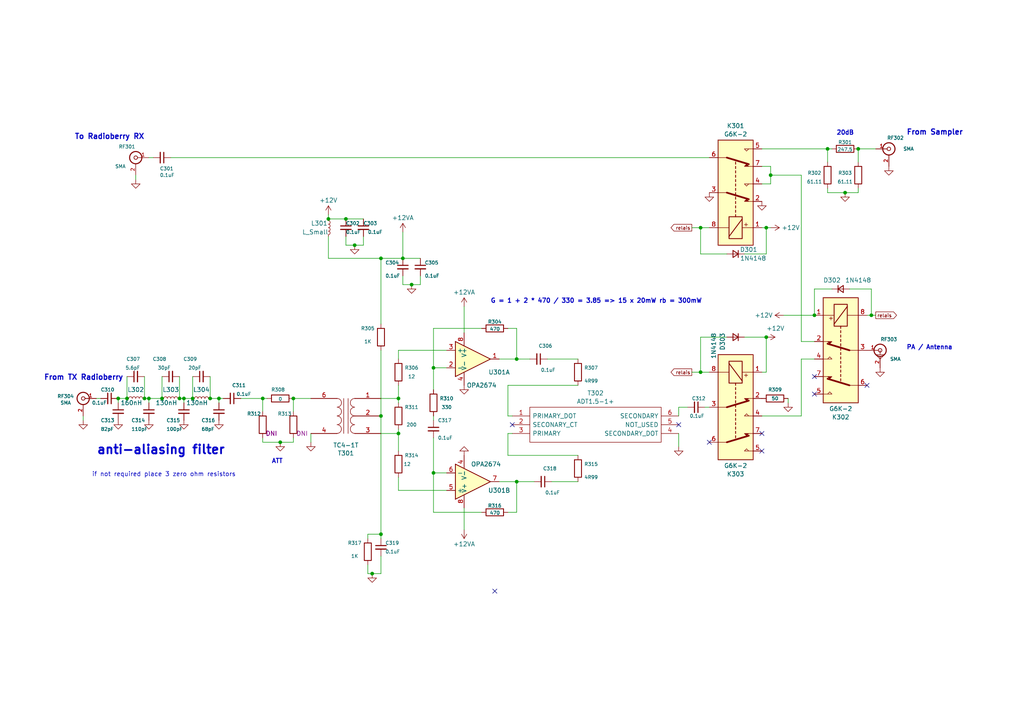
<source format=kicad_sch>
(kicad_sch (version 20230121) (generator eeschema)
  (paper "A4")
  (title_block (title "Radioberry - amplifier") (date "2020-12-18") (rev "beta 1") (company "AppMind") (comment 1 "PA3GSB Johan Maas"))
  (lib_symbols
    (symbol "ADT1.5-1+:ADT1.5-1+" (pin_names (offset 0.762))
      (property "Reference" "T" (at 44.45 7.62 0))
      (property "Value" "ADT1.5-1+" (at 44.45 5.08 0))
      (symbol "ADT1.5-1+_0_0"
        (pin passive line (at 0 0 0) (length 5.08) (name "PRIMARY_DOT") (number "1"))
        (pin passive line (at 0 -2.54 0) (length 5.08) (name "SECONARY_CT") (number "2"))
        (pin passive line (at 0 -5.08 0) (length 5.08) (name "PRIMARY") (number "3"))
        (pin passive line (at 48.26 -5.08 180) (length 5.08) (name "SECONDARY_DOT") (number "4"))
        (pin passive line (at 48.26 -2.54 180) (length 5.08) (name "NOT_USED") (number "5"))
        (pin passive line (at 48.26 0 180) (length 5.08) (name "SECONDARY") (number "6"))
      )
      (symbol "ADT1.5-1+_0_1"
        (polyline (pts (xy 5.08 2.54) (xy 43.18 2.54) (xy 43.18 -7.62) (xy 5.08 -7.62) (xy 5.08 2.54)) (stroke (width 0.1524)))
      )
    )
    (symbol "Device:D_Small" (pin_numbers hide) (pin_names (offset 0.254) hide)
      (property "Reference" "D" (at -1.27 2.032 0))
      (property "Value" "D_Small" (at -3.81 -2.032 0))
      (symbol "D_Small_0_1"
        (polyline (pts (xy -0.762 -1.016) (xy -0.762 1.016)) (stroke (width 0.254)))
        (polyline (pts (xy -0.762 0) (xy 0.762 0)))
        (polyline (pts (xy 0.762 -1.016) (xy -0.762 0) (xy 0.762 1.016) (xy 0.762 -1.016)) (stroke (width 0.254)))
      )
      (symbol "D_Small_1_1"
        (pin passive line (at -2.54 0 0) (length 1.778) (name "K") (number "1"))
        (pin passive line (at 2.54 0 180) (length 1.778) (name "A") (number "2"))
      )
    )
    (symbol "Relay:G6K-2"
      (property "Reference" "K" (at 16.51 3.81 0))
      (property "Value" "G6K-2" (at 16.51 1.27 0))
      (symbol "G6K-2_0_0"
        (text "+" (at -9.271 2.921 0) (effects (font (size 1.27 1.27))))
      )
      (symbol "G6K-2_0_1"
        (rectangle (start -15.24 5.08) (end 15.24 -5.08) (stroke (width 0.254)) (fill (type background)))
        (rectangle (start -13.335 1.905) (end -6.985 -1.905) (stroke (width 0.254)))
        (polyline (pts (xy -12.7 -1.905) (xy -7.62 1.905)) (stroke (width 0.254)))
        (polyline (pts (xy -10.16 -5.08) (xy -10.16 -1.905)))
        (polyline (pts (xy -10.16 5.08) (xy -10.16 1.905)))
        (polyline (pts (xy -6.985 0) (xy -6.35 0)) (stroke (width 0.254)))
        (polyline (pts (xy -5.715 0) (xy -5.08 0)) (stroke (width 0.254)))
        (polyline (pts (xy -4.445 0) (xy -3.81 0)) (stroke (width 0.254)))
        (polyline (pts (xy -3.175 0) (xy -2.54 0)) (stroke (width 0.254)))
        (polyline (pts (xy -1.905 0) (xy -1.27 0)) (stroke (width 0.254)))
        (polyline (pts (xy -0.635 0) (xy 0 0)) (stroke (width 0.254)))
        (polyline (pts (xy 0 -2.54) (xy -1.905 3.81)) (stroke (width 0.508)))
        (polyline (pts (xy 0 -2.54) (xy 0 -5.08)))
        (polyline (pts (xy 0.635 0) (xy 1.27 0)) (stroke (width 0.254)))
        (polyline (pts (xy 1.905 0) (xy 2.54 0)) (stroke (width 0.254)))
        (polyline (pts (xy 3.175 0) (xy 3.81 0)) (stroke (width 0.254)))
        (polyline (pts (xy 4.445 0) (xy 5.08 0)) (stroke (width 0.254)))
        (polyline (pts (xy 5.715 0) (xy 6.35 0)) (stroke (width 0.254)))
        (polyline (pts (xy 6.985 0) (xy 7.62 0)) (stroke (width 0.254)))
        (polyline (pts (xy 8.255 0) (xy 8.89 0)) (stroke (width 0.254)))
        (polyline (pts (xy 10.16 -2.54) (xy 8.255 3.81)) (stroke (width 0.508)))
        (polyline (pts (xy 10.16 -2.54) (xy 10.16 -5.08)))
        (polyline (pts (xy -2.54 5.08) (xy -2.54 2.54) (xy -1.905 3.175) (xy -2.54 3.81)) (fill (type outline)))
        (polyline (pts (xy 2.54 5.08) (xy 2.54 2.54) (xy 1.905 3.175) (xy 2.54 3.81)))
        (polyline (pts (xy 7.62 5.08) (xy 7.62 2.54) (xy 8.255 3.175) (xy 7.62 3.81)) (fill (type outline)))
        (polyline (pts (xy 12.7 5.08) (xy 12.7 2.54) (xy 12.065 3.175) (xy 12.7 3.81)))
      )
      (symbol "G6K-2_1_1"
        (pin passive line (at -10.16 7.62 270) (length 2.54) (name "~") (number "1"))
        (pin passive line (at -2.54 7.62 270) (length 2.54) (name "~") (number "2"))
        (pin passive line (at 0 -7.62 90) (length 2.54) (name "~") (number "3"))
        (pin passive line (at 2.54 7.62 270) (length 2.54) (name "~") (number "4"))
        (pin passive line (at 12.7 7.62 270) (length 2.54) (name "~") (number "5"))
        (pin passive line (at 10.16 -7.62 90) (length 2.54) (name "~") (number "6"))
        (pin passive line (at 7.62 7.62 270) (length 2.54) (name "~") (number "7"))
        (pin passive line (at -10.16 -7.62 90) (length 2.54) (name "~") (number "8"))
      )
    )
    (symbol "hermeslite:BNC" (pin_names (offset 1.016) hide)
      (property "Reference" "P" (at 0.254 3.048 0))
      (property "Value" "BNC" (at 2.794 -1.524 90))
      (symbol "BNC_0_1"
        (circle (center 0 0) (radius 0.508) (stroke (width 0.2032)))
        (circle (center 0 0) (radius 1.778) (stroke (width 0.3048)))
      )
      (symbol "BNC_1_1"
        (pin passive line (at -3.81 0 0) (length 3.302) (name "In") (number "1"))
        (pin passive line (at 0 -5.08 90) (length 3.302) (name "Ext") (number "2"))
      )
    )
    (symbol "hermeslite:C_Small" (pin_numbers hide) (pin_names (offset 0.254) hide)
      (property "Reference" "C" (at 0.254 1.778 0))
      (property "Value" "C_Small" (at 0.254 -2.032 0))
      (symbol "C_Small_0_1"
        (polyline (pts (xy -1.524 -0.508) (xy 1.524 -0.508)) (stroke (width 0.3302)))
        (polyline (pts (xy -1.524 0.508) (xy 1.524 0.508)) (stroke (width 0.3048)))
      )
      (symbol "C_Small_1_1"
        (pin passive line (at 0 2.54 270) (length 2.032) (name "~") (number "1"))
        (pin passive line (at 0 -2.54 90) (length 2.032) (name "~") (number "2"))
      )
    )
    (symbol "hermeslite:LM358"
      (property "Reference" "U" (at 0 5.08 0))
      (property "Value" "LM358" (at 0 -5.08 0))
      (symbol "LM358_0_1"
        (polyline (pts (xy -5.08 5.08) (xy 5.08 0) (xy -5.08 -5.08) (xy -5.08 5.08)) (stroke (width 0.254)) (fill (type background)))
        (pin power_in line (at -2.54 -7.62 90) (length 3.81) (name "V-") (number "4"))
        (pin power_in line (at -2.54 7.62 270) (length 3.81) (name "V+") (number "8"))
      )
      (symbol "LM358_1_1"
        (pin output line (at 7.62 0 180) (length 2.54) (name "~") (number "1"))
        (pin input line (at -7.62 -2.54 0) (length 2.54) (name "-") (number "2"))
        (pin input line (at -7.62 2.54 0) (length 2.54) (name "+") (number "3"))
      )
      (symbol "LM358_2_1"
        (pin input line (at -7.62 2.54 0) (length 2.54) (name "+") (number "5"))
        (pin input line (at -7.62 -2.54 0) (length 2.54) (name "-") (number "6"))
        (pin output line (at 7.62 0 180) (length 2.54) (name "~") (number "7"))
      )
    )
    (symbol "hermeslite:L_Small" (pin_numbers hide) (pin_names (offset 0.254) hide)
      (property "Reference" "L" (at 0.762 1.016 0))
      (property "Value" "L_Small" (at 0.762 -1.016 0))
      (symbol "L_Small_0_1"
        (arc (start 0 -2.032) (mid 0.5058 -1.524) (end 0 -1.016))
        (arc (start 0 -1.016) (mid 0.5058 -0.508) (end 0 0))
        (arc (start 0 0) (mid 0.5058 0.508) (end 0 1.016))
        (arc (start 0 1.016) (mid 0.5058 1.524) (end 0 2.032))
      )
      (symbol "L_Small_1_1"
        (pin passive line (at 0 2.54 270) (length 0.508) (name "~") (number "1"))
        (pin passive line (at 0 -2.54 90) (length 0.508) (name "~") (number "2"))
      )
    )
    (symbol "hermeslite:R" (pin_numbers hide) (pin_names (offset 0))
      (property "Reference" "R" (at 2.032 0 90))
      (property "Value" "R" (at 0 0 90))
      (symbol "R_0_1"
        (rectangle (start -1.016 -2.54) (end 1.016 2.54) (stroke (width 0.254)))
      )
      (symbol "R_1_1"
        (pin passive line (at 0 3.81 270) (length 1.27) (name "~") (number "1"))
        (pin passive line (at 0 -3.81 90) (length 1.27) (name "~") (number "2"))
      )
    )
    (symbol "hermeslite:TRANSF4CT" (pin_names (offset 1.016) hide)
      (property "Reference" "T" (at 0 6.35 0))
      (property "Value" "TRANSF4CT" (at 0 -7.62 0))
      (symbol "TRANSF4CT_0_1"
        (arc (start -2.54 -5.0546) (mid -1.6599 -4.6901) (end -1.27 -3.81))
        (arc (start -2.54 -2.5146) (mid -1.6599 -2.1501) (end -1.27 -1.27))
        (arc (start -2.54 0.0254) (mid -1.6599 0.3899) (end -1.27 1.27))
        (arc (start -2.54 2.5654) (mid -1.6599 2.9299) (end -1.27 3.81))
        (arc (start -1.27 -3.81) (mid -1.642 -2.912) (end -2.54 -2.54))
        (arc (start -1.27 -1.27) (mid -1.642 -0.372) (end -2.54 0))
        (arc (start -1.27 1.27) (mid -1.642 2.168) (end -2.54 2.54))
        (arc (start -1.27 3.81) (mid -1.642 4.708) (end -2.54 5.08))
        (polyline (pts (xy -0.635 5.08) (xy -0.635 -5.08)))
        (polyline (pts (xy 0.635 -5.08) (xy 0.635 5.08)))
        (arc (start 1.2954 -1.27) (mid 1.6599 -2.1501) (end 2.54 -2.5146))
        (arc (start 1.2954 1.27) (mid 1.6599 0.3899) (end 2.54 0.0254))
        (arc (start 1.2954 3.81) (mid 1.6599 2.9299) (end 2.54 2.5654))
        (arc (start 1.3208 -3.81) (mid 1.6853 -4.6901) (end 2.5654 -5.0546))
        (arc (start 2.54 0) (mid 1.642 -0.372) (end 1.2954 -1.27))
        (arc (start 2.54 2.54) (mid 1.642 2.168) (end 1.2954 1.27))
        (arc (start 2.54 5.08) (mid 1.642 4.708) (end 1.2954 3.81))
        (arc (start 2.5654 -2.54) (mid 1.6674 -2.912) (end 1.3208 -3.81))
      )
      (symbol "TRANSF4CT_1_1"
        (pin passive line (at -10.16 5.08 0) (length 7.62) (name "PR1") (number "1"))
        (pin passive line (at -10.16 0 0) (length 7.62) (name "PM") (number "2"))
        (pin passive line (at -10.16 -5.08 0) (length 7.62) (name "PR2") (number "3"))
        (pin passive line (at 10.16 -5.08 180) (length 7.62) (name "S2") (number "4"))
        (pin passive line (at 10.16 5.08 180) (length 7.62) (name "S1") (number "6"))
      )
    )
    (symbol "power:+12V" (power) (pin_names (offset 0))
      (property "Value" "+12V" (at 0 3.556 0))
      (symbol "+12V_0_1"
        (polyline (pts (xy -0.762 1.27) (xy 0 2.54)))
        (polyline (pts (xy 0 0) (xy 0 2.54)))
        (polyline (pts (xy 0 2.54) (xy 0.762 1.27)))
      )
      (symbol "+12V_1_1"
        (pin power_in line (at 0 0 90) (length 0) hide (name "+12V") (number "1"))
      )
    )
    (symbol "power:+12VA" (power) (pin_names (offset 0))
      (property "Value" "+12VA" (at 0 3.556 0))
      (symbol "+12VA_0_1"
        (polyline (pts (xy -0.762 1.27) (xy 0 2.54)))
        (polyline (pts (xy 0 0) (xy 0 2.54)))
        (polyline (pts (xy 0 2.54) (xy 0.762 1.27)))
      )
      (symbol "+12VA_1_1"
        (pin power_in line (at 0 0 90) (length 0) hide (name "+12VA") (number "1"))
      )
    )
    (symbol "power:GND" (power) (pin_names (offset 0))
      (property "Value" "GND" (at 0 -3.81 0))
      (symbol "GND_0_1"
        (polyline (pts (xy 0 0) (xy 0 -1.27) (xy 1.27 -1.27) (xy 0 -2.54) (xy -1.27 -1.27) (xy 0 -1.27)))
      )
      (symbol "GND_1_1"
        (pin power_in line (at 0 0 270) (length 0) hide (name "GND") (number "1"))
      )
    )
  )
  (junction (at 252.73 91.44))
  (junction (at 203.2 107.95))
  (junction (at 119.38 82.55))
  (junction (at 223.52 50.8))
  (junction (at 149.86 104.14))
  (junction (at 41.91 115.57))
  (junction (at 110.49 154.94))
  (junction (at 125.73 106.68))
  (junction (at 52.07 115.57))
  (junction (at 81.28 128.27))
  (junction (at 222.25 66.04))
  (junction (at 60.96 115.57))
  (junction (at 116.84 74.93))
  (junction (at 95.25 63.5))
  (junction (at 85.09 115.57))
  (junction (at 125.73 137.16))
  (junction (at 149.86 139.7))
  (junction (at 110.49 120.65))
  (junction (at 245.11 55.88))
  (junction (at 222.25 97.79))
  (junction (at 76.2 115.57))
  (junction (at 46.99 115.57))
  (junction (at 110.49 74.93))
  (junction (at 36.83 115.57))
  (junction (at 55.88 115.57))
  (junction (at 240.03 43.18))
  (junction (at 107.95 166.37))
  (junction (at 115.57 115.57))
  (junction (at 53.34 115.57))
  (junction (at 34.29 115.57))
  (junction (at 102.87 71.12))
  (junction (at 43.18 115.57))
  (junction (at 248.92 43.18))
  (junction (at 203.2 66.04))
  (junction (at 115.57 125.73))
  (junction (at 63.5 115.57))
  (junction (at 100.33 63.5))
  (junction (at 236.22 91.44))
  (no_connect (at 196.85 123.19))
  (no_connect (at 205.74 128.27))
  (no_connect (at 148.59 123.19))
  (no_connect (at 220.98 130.81))
  (no_connect (at 236.22 109.22))
  (no_connect (at 236.22 114.3))
  (no_connect (at 251.46 111.76))
  (no_connect (at 220.98 125.73))
  (no_connect (at 143.51 171.45))
  (wire (pts (xy 246.38 83.82) (xy 252.73 83.82)))
  (wire (pts (xy 222.25 66.04) (xy 223.52 66.04)))
  (wire (pts (xy 125.73 148.59) (xy 139.7 148.59)))
  (wire (pts (xy 90.17 125.73) (xy 90.17 128.27)))
  (wire (pts (xy 41.91 109.22) (xy 41.91 115.57)))
  (wire (pts (xy 110.49 101.6) (xy 110.49 120.65)))
  (wire (pts (xy 148.59 125.73) (xy 147.32 125.73)))
  (wire (pts (xy 236.22 99.06) (xy 232.41 99.06)))
  (wire (pts (xy 125.73 137.16) (xy 125.73 148.59)))
  (wire (pts (xy 106.68 154.94) (xy 110.49 154.94)))
  (wire (pts (xy 125.73 120.65) (xy 125.73 121.92)))
  (wire (pts (xy 203.2 73.66) (xy 203.2 66.04)))
  (wire (pts (xy 196.85 118.11) (xy 196.85 120.65)))
  (wire (pts (xy 116.84 80.01) (xy 116.84 82.55)))
  (wire (pts (xy 115.57 115.57) (xy 115.57 116.84)))
  (wire (pts (xy 196.85 125.73) (xy 196.85 129.54)))
  (wire (pts (xy 43.18 115.57) (xy 46.99 115.57)))
  (wire (pts (xy 102.87 71.12) (xy 105.41 71.12)))
  (wire (pts (xy 134.62 88.9) (xy 134.62 96.52)))
  (wire (pts (xy 107.95 166.37) (xy 110.49 166.37)))
  (wire (pts (xy 76.2 127) (xy 76.2 128.27)))
  (wire (pts (xy 222.25 73.66) (xy 215.9 73.66)))
  (wire (pts (xy 144.78 104.14) (xy 149.86 104.14)))
  (wire (pts (xy 52.07 115.57) (xy 53.34 115.57)))
  (wire (pts (xy 222.25 66.04) (xy 222.25 73.66)))
  (wire (pts (xy 115.57 101.6) (xy 129.54 101.6)))
  (wire (pts (xy 60.96 115.57) (xy 63.5 115.57)))
  (wire (pts (xy 144.78 139.7) (xy 149.86 139.7)))
  (wire (pts (xy 245.11 55.88) (xy 240.03 55.88)))
  (wire (pts (xy 222.25 107.95) (xy 222.25 97.79)))
  (wire (pts (xy 125.73 95.25) (xy 125.73 106.68)))
  (wire (pts (xy 240.03 55.88) (xy 240.03 54.61)))
  (wire (pts (xy 39.37 50.8) (xy 39.37 52.07)))
  (wire (pts (xy 81.28 128.27) (xy 85.09 128.27)))
  (wire (pts (xy 34.29 116.84) (xy 34.29 115.57)))
  (wire (pts (xy 36.83 109.22) (xy 36.83 115.57)))
  (wire (pts (xy 115.57 124.46) (xy 115.57 125.73)))
  (wire (pts (xy 119.38 82.55) (xy 121.92 82.55)))
  (wire (pts (xy 110.49 115.57) (xy 115.57 115.57)))
  (wire (pts (xy 115.57 125.73) (xy 115.57 130.81)))
  (wire (pts (xy 41.91 115.57) (xy 43.18 115.57)))
  (wire (pts (xy 147.32 120.65) (xy 147.32 111.76)))
  (wire (pts (xy 110.49 74.93) (xy 116.84 74.93)))
  (wire (pts (xy 95.25 74.93) (xy 110.49 74.93)))
  (wire (pts (xy 223.52 50.8) (xy 232.41 50.8)))
  (wire (pts (xy 236.22 83.82) (xy 241.3 83.82)))
  (wire (pts (xy 232.41 50.8) (xy 232.41 99.06)))
  (wire (pts (xy 241.3 43.18) (xy 240.03 43.18)))
  (wire (pts (xy 160.02 139.7) (xy 167.64 139.7)))
  (wire (pts (xy 232.41 120.65) (xy 232.41 104.14)))
  (wire (pts (xy 227.33 91.44) (xy 236.22 91.44)))
  (wire (pts (xy 85.09 115.57) (xy 90.17 115.57)))
  (wire (pts (xy 200.66 107.95) (xy 203.2 107.95)))
  (wire (pts (xy 200.66 66.04) (xy 203.2 66.04)))
  (wire (pts (xy 220.98 43.18) (xy 240.03 43.18)))
  (wire (pts (xy 100.33 63.5) (xy 105.41 63.5)))
  (wire (pts (xy 232.41 104.14) (xy 236.22 104.14)))
  (wire (pts (xy 252.73 83.82) (xy 252.73 91.44)))
  (wire (pts (xy 149.86 148.59) (xy 147.32 148.59)))
  (wire (pts (xy 204.47 118.11) (xy 205.74 118.11)))
  (wire (pts (xy 119.38 82.55) (xy 116.84 82.55)))
  (wire (pts (xy 220.98 66.04) (xy 222.25 66.04)))
  (wire (pts (xy 252.73 91.44) (xy 251.46 91.44)))
  (wire (pts (xy 76.2 128.27) (xy 81.28 128.27)))
  (wire (pts (xy 106.68 163.83) (xy 106.68 166.37)))
  (wire (pts (xy 149.86 104.14) (xy 149.86 95.25)))
  (wire (pts (xy 149.86 139.7) (xy 149.86 148.59)))
  (wire (pts (xy 85.09 128.27) (xy 85.09 127)))
  (wire (pts (xy 115.57 101.6) (xy 115.57 104.14)))
  (wire (pts (xy 223.52 48.26) (xy 223.52 50.8)))
  (wire (pts (xy 228.6 115.57) (xy 228.6 116.84)))
  (wire (pts (xy 139.7 95.25) (xy 125.73 95.25)))
  (wire (pts (xy 115.57 138.43) (xy 115.57 142.24)))
  (wire (pts (xy 53.34 115.57) (xy 53.34 116.84)))
  (wire (pts (xy 53.34 115.57) (xy 55.88 115.57)))
  (wire (pts (xy 46.99 109.22) (xy 46.99 115.57)))
  (wire (pts (xy 110.49 125.73) (xy 115.57 125.73)))
  (wire (pts (xy 34.29 115.57) (xy 36.83 115.57)))
  (wire (pts (xy 158.75 104.14) (xy 167.64 104.14)))
  (wire (pts (xy 220.98 48.26) (xy 223.52 48.26)))
  (wire (pts (xy 69.85 115.57) (xy 76.2 115.57)))
  (wire (pts (xy 147.32 111.76) (xy 167.64 111.76)))
  (wire (pts (xy 223.52 50.8) (xy 223.52 53.34)))
  (wire (pts (xy 85.09 119.38) (xy 85.09 115.57)))
  (wire (pts (xy 125.73 137.16) (xy 129.54 137.16)))
  (wire (pts (xy 115.57 111.76) (xy 115.57 115.57)))
  (wire (pts (xy 147.32 125.73) (xy 147.32 132.08)))
  (wire (pts (xy 106.68 166.37) (xy 107.95 166.37)))
  (wire (pts (xy 95.25 63.5) (xy 100.33 63.5)))
  (wire (pts (xy 254 43.18) (xy 248.92 43.18)))
  (wire (pts (xy 203.2 97.79) (xy 203.2 107.95)))
  (wire (pts (xy 199.39 118.11) (xy 196.85 118.11)))
  (wire (pts (xy 55.88 109.22) (xy 55.88 115.57)))
  (wire (pts (xy 248.92 55.88) (xy 245.11 55.88)))
  (wire (pts (xy 100.33 68.58) (xy 100.33 71.12)))
  (wire (pts (xy 125.73 127) (xy 125.73 137.16)))
  (wire (pts (xy 115.57 142.24) (xy 129.54 142.24)))
  (wire (pts (xy 110.49 120.65) (xy 110.49 154.94)))
  (wire (pts (xy 134.62 147.32) (xy 134.62 153.67)))
  (wire (pts (xy 105.41 71.12) (xy 105.41 68.58)))
  (wire (pts (xy 43.18 45.72) (xy 44.45 45.72)))
  (wire (pts (xy 129.54 106.68) (xy 125.73 106.68)))
  (wire (pts (xy 76.2 115.57) (xy 77.47 115.57)))
  (wire (pts (xy 125.73 106.68) (xy 125.73 113.03)))
  (wire (pts (xy 49.53 45.72) (xy 205.74 45.72)))
  (wire (pts (xy 116.84 67.31) (xy 116.84 74.93)))
  (wire (pts (xy 203.2 66.04) (xy 205.74 66.04)))
  (wire (pts (xy 252.73 91.44) (xy 254 91.44)))
  (wire (pts (xy 148.59 120.65) (xy 147.32 120.65)))
  (wire (pts (xy 95.25 62.23) (xy 95.25 63.5)))
  (wire (pts (xy 149.86 139.7) (xy 154.94 139.7)))
  (wire (pts (xy 220.98 107.95) (xy 222.25 107.95)))
  (wire (pts (xy 76.2 119.38) (xy 76.2 115.57)))
  (wire (pts (xy 60.96 109.22) (xy 60.96 115.57)))
  (wire (pts (xy 43.18 115.57) (xy 43.18 116.84)))
  (wire (pts (xy 149.86 95.25) (xy 147.32 95.25)))
  (wire (pts (xy 203.2 107.95) (xy 205.74 107.95)))
  (wire (pts (xy 215.9 97.79) (xy 222.25 97.79)))
  (wire (pts (xy 210.82 97.79) (xy 203.2 97.79)))
  (wire (pts (xy 121.92 82.55) (xy 121.92 80.01)))
  (wire (pts (xy 240.03 46.99) (xy 240.03 43.18)))
  (wire (pts (xy 95.25 68.58) (xy 95.25 74.93)))
  (wire (pts (xy 27.94 115.57) (xy 29.21 115.57)))
  (wire (pts (xy 220.98 120.65) (xy 232.41 120.65)))
  (wire (pts (xy 110.49 161.29) (xy 110.49 166.37)))
  (wire (pts (xy 210.82 73.66) (xy 203.2 73.66)))
  (wire (pts (xy 248.92 54.61) (xy 248.92 55.88)))
  (wire (pts (xy 110.49 74.93) (xy 110.49 93.98)))
  (wire (pts (xy 63.5 115.57) (xy 64.77 115.57)))
  (wire (pts (xy 110.49 154.94) (xy 110.49 156.21)))
  (wire (pts (xy 149.86 104.14) (xy 153.67 104.14)))
  (wire (pts (xy 106.68 156.21) (xy 106.68 154.94)))
  (wire (pts (xy 248.92 46.99) (xy 248.92 43.18)))
  (wire (pts (xy 116.84 74.93) (xy 121.92 74.93)))
  (wire (pts (xy 102.87 71.12) (xy 100.33 71.12)))
  (wire (pts (xy 147.32 132.08) (xy 167.64 132.08)))
  (wire (pts (xy 223.52 53.34) (xy 220.98 53.34)))
  (wire (pts (xy 52.07 109.22) (xy 52.07 115.57)))
  (wire (pts (xy 63.5 115.57) (xy 63.5 116.84)))
  (wire (pts (xy 236.22 91.44) (xy 236.22 83.82)))
  (wire (pts (xy 24.13 120.65) (xy 24.13 121.92)))
  (text "From TX Radioberry" (at 12.7 110.49 0) (effects (font (size 1.524 1.524) (thickness 0.3048) bold) (justify left bottom)))
  (text "From Sampler" (at 262.89 39.37 0) (effects (font (size 1.524 1.524) (thickness 0.3048) bold) (justify left bottom)))
  (text "To Radioberry RX" (at 21.59 40.64 0) (effects (font (size 1.524 1.524) (thickness 0.3048) bold) (justify left bottom)))
  (text "ATT" (at 78.74 134.62 0) (effects (font (size 1.27 1.27) (thickness 0.254) bold) (justify left bottom)))
  (text "PA / Antenna" (at 262.89 101.6 0) (effects (font (size 1.27 1.27) (thickness 0.254) bold) (justify left bottom)))
  (text "anti-aliasing filter\n" (at 27.94 132.08 0) (effects (font (size 2.56 2.56) (thickness 0.512) bold) (justify left bottom)))
  (text "G = 1 + 2 * 470 / 330 = 3.85 => 15 x 20mW rb = 300mW\n\n" (at 142.24 90.17 0) (effects (font (size 1.27 1.27) (thickness 0.254) bold) (justify left bottom)))
  (text "if not required place 3 zero ohm resistors" (at 26.67 138.43 0) (effects (font (size 1.27 1.27)) (justify left bottom)))
  (text "20dB" (at 242.57 39.37 0) (effects (font (size 1.27 1.27) (thickness 0.254) bold) (justify left bottom)))
  (global_label "relais" (shape output) (at 200.66 107.95 180) (effects (font (size 0.9906 0.9906))) (property "Intersheetrefs" "${INTERSHEET_REFS}" (effects hide)))
  (global_label "relais" (shape output) (at 254 91.44 0) (effects (font (size 0.9906 0.9906))) (property "Intersheetrefs" "${INTERSHEET_REFS}" (effects hide)))
  (global_label "relais" (shape output) (at 200.66 66.04 180) (effects (font (size 0.9906 0.9906))) (property "Intersheetrefs" "${INTERSHEET_REFS}" (effects hide)))
  (symbol (lib_id "hermeslite:C_Small") (at 201.93 118.11 270) (unit 1)
    (property "Reference" "C312" (at 200.66 115.57 90) (effects (font (size 0.9906 0.9906)) (justify left)))
    (property "Value" "0.1uF" (at 200.025 120.65 90) (effects (font (size 0.9906 0.9906)) (justify left)))
    (property "Footprint" "HERMESLITE:SMD-0805" (effects hide))
  )
  (symbol (lib_id "hermeslite:C_Small") (at 31.75 115.57 270) (unit 1)
    (property "Reference" "C310" (at 29.21 113.03 90) (effects (font (size 0.9906 0.9906)) (justify left)))
    (property "Value" "0.1uF" (at 26.67 116.84 90) (effects (font (size 0.9906 0.9906)) (justify left)))
    (property "Footprint" "HERMESLITE:SMD-0805" (effects hide))
  )
  (symbol (lib_id "power:GND") (at 24.13 121.92 0) (unit 1)
    (property "Reference" "#PWR0318" (effects hide))
    (property "Value" "GND" (effects hide))
  )
  (symbol (lib_id "hermeslite:BNC") (at 24.13 115.57 0) (mirror y) (unit 1)
    (property "Reference" "RF304" (at 19.05 114.935 0) (effects (font (size 0.9906 0.9906))))
    (property "Value" "SMA" (at 19.05 116.84 0) (effects (font (size 0.9906 0.9906))))
    (property "Footprint" "HERMESLITE:SMAEDGE_THFULL_L" (effects hide))
  )
  (symbol (lib_id "hermeslite:TRANSF4CT") (at 100.33 120.65 0) (mirror y) (unit 1)
    (property "Reference" "T301" (at 100.33 131.445 0))
    (property "Value" "TC4-1T" (at 100.33 129.1336 0))
    (property "Footprint" "tc4-1t:TC41T" (effects hide))
  )
  (symbol (lib_id "power:GND") (at 90.17 128.27 0) (unit 1)
    (property "Reference" "#PWR0324" (effects hide))
    (property "Value" "GND" (effects hide))
  )
  (symbol (lib_id "hermeslite:R") (at 81.28 115.57 270) (unit 1)
    (property "Reference" "R308" (at 80.645 113.03 90) (effects (font (size 0.9906 0.9906))))
    (property "Value" "0" (at 81.3054 115.7478 90) (effects (font (size 0.9906 0.9906))))
    (property "Footprint" "HERMESLITE:SMD-0805" (effects hide))
  )
  (symbol (lib_id "hermeslite:R") (at 76.2 123.19 180) (unit 1)
    (property "Reference" "R312" (at 73.66 120.015 0) (effects (font (size 0.9906 0.9906))))
    (property "Value" "0" (effects hide))
    (property "Footprint" "HERMESLITE:SMD-0805" (effects hide))
    (property "Option" "DNI" (at 78.74 125.73 0))
  )
  (symbol (lib_id "hermeslite:R") (at 85.09 123.19 180) (unit 1)
    (property "Reference" "R313" (at 82.55 120.015 0) (effects (font (size 0.9906 0.9906))))
    (property "Value" "0" (effects hide))
    (property "Footprint" "HERMESLITE:SMD-0805" (effects hide))
    (property "Option" "DNI" (at 87.63 125.73 0))
  )
  (symbol (lib_id "power:GND") (at 81.28 128.27 0) (unit 1)
    (property "Reference" "#PWR0323" (effects hide))
    (property "Value" "GND" (effects hide))
  )
  (symbol (lib_id "hermeslite:BNC") (at 39.37 45.72 0) (mirror y) (unit 1)
    (property "Reference" "RF301" (at 36.83 42.545 0) (effects (font (size 0.9906 0.9906))))
    (property "Value" "SMA" (at 34.925 48.26 0) (effects (font (size 0.9906 0.9906))))
    (property "Footprint" "HERMESLITE:SMAEDGE_THFULL_L" (effects hide))
  )
  (symbol (lib_id "hermeslite:R") (at 167.64 135.89 0) (unit 1)
    (property "Reference" "R315" (at 171.45 134.62 0) (effects (font (size 0.9906 0.9906))))
    (property "Value" "4R99" (at 171.45 138.43 0) (effects (font (size 0.9906 0.9906))))
    (property "Footprint" "HERMESLITE:SMD-0805" (effects hide))
  )
  (symbol (lib_id "hermeslite:C_Small") (at 125.73 124.46 0) (unit 1)
    (property "Reference" "C317" (at 127 121.92 0) (effects (font (size 0.9906 0.9906)) (justify left)))
    (property "Value" "0.1uF" (at 127 127 0) (effects (font (size 0.9906 0.9906)) (justify left)))
    (property "Footprint" "HERMESLITE:SMD-0805" (effects hide))
  )
  (symbol (lib_id "power:GND") (at 102.87 71.12 0) (unit 1)
    (property "Reference" "#PWR0308" (effects hide))
    (property "Value" "GND" (effects hide))
  )
  (symbol (lib_id "hermeslite:R") (at 115.57 134.62 0) (unit 1)
    (property "Reference" "R314" (at 119.38 132.08 0) (effects (font (size 0.9906 0.9906))))
    (property "Value" "12" (at 118.11 134.62 0) (effects (font (size 0.9906 0.9906))))
    (property "Footprint" "HERMESLITE:SMD-0805" (effects hide))
  )
  (symbol (lib_id "hermeslite:R") (at 143.51 148.59 270) (unit 1)
    (property "Reference" "R316" (at 143.51 146.685 90) (effects (font (size 0.9906 0.9906))))
    (property "Value" "470" (at 143.5354 148.7678 90) (effects (font (size 0.9906 0.9906))))
    (property "Footprint" "HERMESLITE:SMD-0805" (effects hide))
  )
  (symbol (lib_id "power:GND") (at 134.62 132.08 180) (unit 1)
    (property "Reference" "#PWR0326" (effects hide))
    (property "Value" "GND" (effects hide))
  )
  (symbol (lib_id "hermeslite:C_Small") (at 67.31 115.57 270) (unit 1)
    (property "Reference" "C311" (at 67.31 111.76 90) (effects (font (size 0.9906 0.9906)) (justify left)))
    (property "Value" "0.1uF" (at 68.58 114.3 90) (effects (font (size 0.9906 0.9906)) (justify left)))
    (property "Footprint" "HERMESLITE:SMD-0805" (effects hide))
  )
  (symbol (lib_id "hermeslite:L_Small") (at 58.42 115.57 90) (unit 1)
    (property "Reference" "L304" (at 58.42 113.03 90))
    (property "Value" "130nH" (at 57.15 116.84 90))
    (property "Footprint" "HERMESLITE:SMD-0805" (effects hide))
  )
  (symbol (lib_id "hermeslite:C_Small") (at 63.5 119.38 0) (unit 1)
    (property "Reference" "C316" (at 58.42 121.92 0) (effects (font (size 0.9906 0.9906)) (justify left)))
    (property "Value" "68pF" (at 58.42 124.46 0) (effects (font (size 0.9906 0.9906)) (justify left)))
    (property "Footprint" "HERMESLITE:SMD-0805" (effects hide))
  )
  (symbol (lib_id "hermeslite:C_Small") (at 157.48 139.7 270) (unit 1)
    (property "Reference" "C318" (at 157.48 135.89 90) (effects (font (size 0.9906 0.9906)) (justify left)))
    (property "Value" "0.1uF" (at 158.115 142.875 90) (effects (font (size 0.9906 0.9906)) (justify left)))
    (property "Footprint" "HERMESLITE:SMD-0805" (effects hide))
  )
  (symbol (lib_id "power:GND") (at 107.95 166.37 0) (unit 1)
    (property "Reference" "#PWR0328" (effects hide))
    (property "Value" "GND" (effects hide))
  )
  (symbol (lib_id "power:+12V") (at 222.25 97.79 270) (unit 1)
    (property "Reference" "#PWR0313" (effects hide))
    (property "Value" "+12V" (at 222.25 95.25 90) (effects (justify left)))
  )
  (symbol (lib_id "hermeslite:R") (at 115.57 120.65 0) (unit 1)
    (property "Reference" "R311" (at 119.38 118.11 0) (effects (font (size 0.9906 0.9906))))
    (property "Value" "200" (at 119.38 123.19 0) (effects (font (size 0.9906 0.9906))))
    (property "Footprint" "HERMESLITE:SMD-0805" (effects hide))
  )
  (symbol (lib_id "hermeslite:C_Small") (at 46.99 45.72 270) (unit 1)
    (property "Reference" "C301" (at 46.355 48.895 90) (effects (font (size 0.9906 0.9906)) (justify left)))
    (property "Value" "0.1uF" (at 46.355 50.8 90) (effects (font (size 0.9906 0.9906)) (justify left)))
    (property "Footprint" "HERMESLITE:SMD-0805" (effects hide))
  )
  (symbol (lib_id "Relay:G6K-2") (at 213.36 118.11 270) (unit 1)
    (property "Reference" "K303" (at 213.36 137.4943 90))
    (property "Value" "G6K-2" (at 213.36 135.0701 90))
    (property "Footprint" "Relay_SMD:Relay_DPDT_Omron_G6K-2F" (effects hide))
    (property "Datasheet" "http://omronfs.omron.com/en_US/ecb/products/pdf/en-g6k.pdf" (effects hide))
  )
  (symbol (lib_id "power:GND") (at 228.6 116.84 0) (unit 1)
    (property "Reference" "#PWR0317" (effects hide))
    (property "Value" "GND" (effects hide))
  )
  (symbol (lib_id "hermeslite:C_Small") (at 110.49 158.75 0) (unit 1)
    (property "Reference" "C319" (at 111.76 157.48 0) (effects (font (size 0.9906 0.9906)) (justify left)))
    (property "Value" "0.1uF" (at 111.76 160.02 0) (effects (font (size 0.9906 0.9906)) (justify left)))
    (property "Footprint" "HERMESLITE:SMD-0805" (effects hide))
  )
  (symbol (lib_id "Device:D_Small") (at 213.36 97.79 180) (unit 1)
    (property "Reference" "D303" (at 209.55 96.52 90) (effects (justify left)))
    (property "Value" "1N4148" (at 207.01 96.52 90) (effects (justify left)))
    (property "Footprint" "HERMESLITE:SOD323" (effects hide))
    (property "Sim.Device" "D" (effects hide))
    (property "Sim.Pins" "1=K 2=A" (effects hide))
  )
  (symbol (lib_id "Device:D_Small") (at 213.36 73.66 180) (unit 1)
    (property "Reference" "D301" (at 219.71 72.39 0) (effects (justify left)))
    (property "Value" "1N4148" (at 222.25 74.93 0) (effects (justify left)))
    (property "Footprint" "HERMESLITE:SOD323" (effects hide))
    (property "Sim.Device" "D" (effects hide))
    (property "Sim.Pins" "1=K 2=A" (effects hide))
  )
  (symbol (lib_id "hermeslite:C_Small") (at 49.53 109.22 90) (unit 1)
    (property "Reference" "C308" (at 48.26 104.14 90) (effects (font (size 0.9906 0.9906)) (justify left)))
    (property "Value" "30pF" (at 49.53 106.68 90) (effects (font (size 0.9906 0.9906)) (justify left)))
    (property "Footprint" "HERMESLITE:SMD-0805" (effects hide))
  )
  (symbol (lib_id "power:GND") (at 34.29 121.92 0) (unit 1)
    (property "Reference" "#PWR0319" (effects hide))
    (property "Value" "GND" (effects hide))
  )
  (symbol (lib_id "hermeslite:BNC") (at 257.81 43.18 0) (unit 1)
    (property "Reference" "RF302" (at 259.715 40.005 0) (effects (font (size 0.9906 0.9906))))
    (property "Value" "SMA" (at 263.525 43.18 0) (effects (font (size 0.9906 0.9906))))
    (property "Footprint" "HERMESLITE:SMAEDGE_THFULL_L" (effects hide))
  )
  (symbol (lib_id "hermeslite:R") (at 106.68 160.02 180) (unit 1)
    (property "Reference" "R317" (at 102.87 157.48 0) (effects (font (size 0.9906 0.9906))))
    (property "Value" "1K" (at 102.87 161.29 0) (effects (font (size 0.9906 0.9906))))
    (property "Footprint" "HERMESLITE:SMD-0805" (effects hide))
  )
  (symbol (lib_id "power:+12V") (at 95.25 62.23 0) (unit 1)
    (property "Reference" "#PWR0304" (effects hide))
    (property "Value" "+12V" (at 95.25 58.0969 0))
  )
  (symbol (lib_id "hermeslite:R") (at 224.79 115.57 90) (unit 1)
    (property "Reference" "R309" (at 224.79 113.03 90) (effects (font (size 0.9906 0.9906))))
    (property "Value" "50" (at 224.79 115.57 90) (effects (font (size 0.9906 0.9906))))
    (property "Footprint" "HERMESLITE:SMD-1206" (effects hide))
  )
  (symbol (lib_id "power:GND") (at 205.74 55.88 0) (mirror y) (unit 1)
    (property "Reference" "#PWR0302" (effects hide))
    (property "Value" "GND" (effects hide))
  )
  (symbol (lib_id "power:GND") (at 196.85 129.54 0) (unit 1)
    (property "Reference" "#PWR0325" (effects hide))
    (property "Value" "GND" (effects hide))
  )
  (symbol (lib_id "hermeslite:LM358") (at 137.16 104.14 0) (unit 1)
    (property "Reference" "U301" (at 144.78 107.95 0))
    (property "Value" "OPA2674" (at 139.7 111.76 0))
    (property "Footprint" "OPA2674:SOIC127P600X175-8N" (effects hide))
    (property "Datasheet" "ns/lm158.pdf" (effects hide))
  )
  (symbol (lib_id "hermeslite:C_Small") (at 116.84 77.47 0) (unit 1)
    (property "Reference" "C304" (at 111.76 76.2 0) (effects (font (size 0.9906 0.9906)) (justify left)))
    (property "Value" "0.1uF" (at 111.76 80.01 0) (effects (font (size 0.9906 0.9906)) (justify left)))
    (property "Footprint" "HERMESLITE:SMD-0805" (effects hide))
  )
  (symbol (lib_id "hermeslite:LM358") (at 137.16 139.7 0) (mirror x) (unit 2)
    (property "Reference" "U301" (at 144.78 142.24 0))
    (property "Value" "OPA2674" (at 140.97 134.62 0))
    (property "Footprint" "OPA2674:SOIC127P600X175-8N" (effects hide))
    (property "Datasheet" "ns/lm158.pdf" (effects hide))
  )
  (symbol (lib_id "power:GND") (at 43.18 121.92 0) (unit 1)
    (property "Reference" "#PWR0320" (effects hide))
    (property "Value" "GND" (effects hide))
  )
  (symbol (lib_id "hermeslite:L_Small") (at 49.53 115.57 90) (unit 1)
    (property "Reference" "L303" (at 49.53 113.03 90))
    (property "Value" "130nH" (at 48.26 116.84 90))
    (property "Footprint" "HERMESLITE:SMD-0805" (effects hide))
  )
  (symbol (lib_id "power:GND") (at 255.27 101.6 0) (mirror y) (unit 1)
    (property "Reference" "#PWR0314" (effects hide))
    (property "Value" "GND" (effects hide))
  )
  (symbol (lib_id "Device:D_Small") (at 243.84 83.82 0) (unit 1)
    (property "Reference" "D302" (at 238.76 81.28 0) (effects (justify left)))
    (property "Value" "1N4148" (at 245.11 81.28 0) (effects (justify left)))
    (property "Footprint" "HERMESLITE:SOD323" (effects hide))
    (property "Sim.Device" "D" (effects hide))
    (property "Sim.Pins" "1=K 2=A" (effects hide))
  )
  (symbol (lib_id "power:GND") (at 220.98 58.42 0) (mirror y) (unit 1)
    (property "Reference" "#PWR0303" (effects hide))
    (property "Value" "GND" (effects hide))
  )
  (symbol (lib_id "hermeslite:C_Small") (at 156.21 104.14 270) (unit 1)
    (property "Reference" "C306" (at 156.21 100.33 90) (effects (font (size 0.9906 0.9906)) (justify left)))
    (property "Value" "0.1uF" (at 156.845 107.315 90) (effects (font (size 0.9906 0.9906)) (justify left)))
    (property "Footprint" "HERMESLITE:SMD-0805" (effects hide))
  )
  (symbol (lib_id "hermeslite:BNC") (at 255.27 101.6 0) (unit 1)
    (property "Reference" "RF303" (at 257.81 98.425 0) (effects (font (size 0.9906 0.9906))))
    (property "Value" "SMA" (at 259.715 104.14 0) (effects (font (size 0.9906 0.9906))))
    (property "Footprint" "HERMESLITE:SMAEDGE_THFULL_L" (effects hide))
  )
  (symbol (lib_id "hermeslite:C_Small") (at 39.37 109.22 90) (unit 1)
    (property "Reference" "C307" (at 40.64 104.14 90) (effects (font (size 0.9906 0.9906)) (justify left)))
    (property "Value" "5.6pF" (at 40.64 106.68 90) (effects (font (size 0.9906 0.9906)) (justify left)))
    (property "Footprint" "HERMESLITE:SMD-0805" (effects hide))
  )
  (symbol (lib_id "power:GND") (at 255.27 106.68 0) (unit 1)
    (property "Reference" "#PWR0315" (effects hide))
    (property "Value" "GND" (effects hide))
  )
  (symbol (lib_id "power:GND") (at 53.34 121.92 0) (unit 1)
    (property "Reference" "#PWR0321" (effects hide))
    (property "Value" "GND" (effects hide))
  )
  (symbol (lib_id "hermeslite:R") (at 245.11 43.18 90) (mirror x) (unit 1)
    (property "Reference" "R301" (at 245.11 41.275 90) (effects (font (size 0.9906 0.9906))))
    (property "Value" "247.5" (at 245.0846 43.3578 90) (effects (font (size 0.9906 0.9906))))
    (property "Footprint" "HERMESLITE:SMD-0805" (effects hide))
  )
  (symbol (lib_id "hermeslite:C_Small") (at 53.34 119.38 0) (unit 1)
    (property "Reference" "C315" (at 48.26 121.92 0) (effects (font (size 0.9906 0.9906)) (justify left)))
    (property "Value" "100pF" (at 48.26 124.46 0) (effects (font (size 0.9906 0.9906)) (justify left)))
    (property "Footprint" "HERMESLITE:SMD-0805" (effects hide))
  )
  (symbol (lib_id "power:GND") (at 63.5 121.92 0) (unit 1)
    (property "Reference" "#PWR0322" (effects hide))
    (property "Value" "GND" (effects hide))
  )
  (symbol (lib_id "power:GND") (at 134.62 111.76 0) (unit 1)
    (property "Reference" "#PWR0316" (effects hide))
    (property "Value" "GND" (effects hide))
  )
  (symbol (lib_id "hermeslite:C_Small") (at 100.33 66.04 0) (unit 1)
    (property "Reference" "C302" (at 100.33 64.77 0) (effects (font (size 0.9906 0.9906)) (justify left)))
    (property "Value" "0.1uF" (at 100.33 67.31 0) (effects (font (size 0.9906 0.9906)) (justify left)))
    (property "Footprint" "HERMESLITE:SMD-0805" (effects hide))
  )
  (symbol (lib_id "power:+12VA") (at 134.62 88.9 0) (unit 1)
    (property "Reference" "#PWR0311" (effects hide))
    (property "Value" "+12VA" (at 134.62 84.7669 0))
  )
  (symbol (lib_id "hermeslite:R") (at 167.64 107.95 0) (unit 1)
    (property "Reference" "R307" (at 171.45 106.68 0) (effects (font (size 0.9906 0.9906))))
    (property "Value" "4R99" (at 171.45 110.49 0) (effects (font (size 0.9906 0.9906))))
    (property "Footprint" "HERMESLITE:SMD-0805" (effects hide))
  )
  (symbol (lib_id "power:GND") (at 257.81 48.26 0) (unit 1)
    (property "Reference" "#PWR0307" (effects hide))
    (property "Value" "GND" (effects hide))
  )
  (symbol (lib_id "hermeslite:C_Small") (at 105.41 66.04 0) (unit 1)
    (property "Reference" "C303" (at 105.41 64.77 0) (effects (font (size 0.9906 0.9906)) (justify left)))
    (property "Value" "0.1uF" (at 106.68 67.31 0) (effects (font (size 0.9906 0.9906)) (justify left)))
    (property "Footprint" "HERMESLITE:SMD-0805" (effects hide))
  )
  (symbol (lib_id "Relay:G6K-2") (at 213.36 55.88 270) (mirror x) (unit 1)
    (property "Reference" "K301" (at 213.36 36.4957 90))
    (property "Value" "G6K-2" (at 213.36 38.9199 90))
    (property "Footprint" "Relay_SMD:Relay_DPDT_Omron_G6K-2F" (effects hide))
    (property "Datasheet" "http://omronfs.omron.com/en_US/ecb/products/pdf/en-g6k.pdf" (effects hide))
  )
  (symbol (lib_id "power:+12VA") (at 134.62 153.67 180) (unit 1)
    (property "Reference" "#PWR0327" (effects hide))
    (property "Value" "+12VA" (at 134.62 157.8031 0))
  )
  (symbol (lib_id "power:+12VA") (at 116.84 67.31 0) (unit 1)
    (property "Reference" "#PWR0306" (effects hide))
    (property "Value" "+12VA" (at 116.84 63.1769 0))
  )
  (symbol (lib_id "hermeslite:L_Small") (at 39.37 115.57 90) (unit 1)
    (property "Reference" "L302" (at 39.37 113.03 90))
    (property "Value" "160nH" (at 38.1 116.84 90))
    (property "Footprint" "HERMESLITE:SMD-0805" (effects hide))
  )
  (symbol (lib_id "hermeslite:C_Small") (at 121.92 77.47 0) (unit 1)
    (property "Reference" "C305" (at 123.19 76.2 0) (effects (font (size 0.9906 0.9906)) (justify left)))
    (property "Value" "0.1uF" (at 123.19 80.01 0) (effects (font (size 0.9906 0.9906)) (justify left)))
    (property "Footprint" "HERMESLITE:SMD-0805" (effects hide))
  )
  (symbol (lib_id "hermeslite:R") (at 240.03 50.8 0) (mirror x) (unit 1)
    (property "Reference" "R302" (at 236.22 50.165 0) (effects (font (size 0.9906 0.9906))))
    (property "Value" "61.11" (at 236.22 52.705 0) (effects (font (size 0.9906 0.9906))))
    (property "Footprint" "HERMESLITE:SMD-0805" (effects hide))
  )
  (symbol (lib_id "hermeslite:R") (at 125.73 116.84 0) (unit 1)
    (property "Reference" "R310" (at 129.54 115.57 0) (effects (font (size 0.9906 0.9906))))
    (property "Value" "330" (at 129.54 118.11 0) (effects (font (size 0.9906 0.9906))))
    (property "Footprint" "HERMESLITE:SMD-0805" (effects hide))
  )
  (symbol (lib_id "hermeslite:L_Small") (at 95.25 66.04 0) (unit 1)
    (property "Reference" "L301" (at 90.17 64.77 0) (effects (justify left)))
    (property "Value" "L_Small" (at 87.63 67.31 0) (effects (justify left)))
    (property "Footprint" "HERMESLITE:SMD-0805" (effects hide))
  )
  (symbol (lib_id "power:GND") (at 245.11 55.88 0) (mirror y) (unit 1)
    (property "Reference" "#PWR0309" (effects hide))
    (property "Value" "GND" (effects hide))
  )
  (symbol (lib_id "ADT1.5-1+:ADT1.5-1+") (at 148.59 120.65 0) (unit 1)
    (property "Reference" "T302" (at 172.72 114.0165 0))
    (property "Value" "ADT1.5-1+" (at 172.72 116.4407 0))
    (property "Footprint" "ADT151" (effects hide))
    (property "Datasheet" "https://www.minicircuits.com/pdfs/ADT1.5-1.pdf" (effects hide))
    (property "Description" "Audio Transformers / Signal Transformers RF XFMR / SURF MOUNT / RoHS 50 0.5 to 650 MHz" (effects hide))
    (property "Height" "2.84" (effects hide))
    (property "Mouser Part Number" "139-ADT1.5-1" (effects hide))
    (property "Mouser Price/Stock" "https://www.mouser.co.uk/ProductDetail/Mini-Circuits/ADT1.5-1%2b?qs=xZ%2FP%252Ba9zWqaiA7HsYCvAPA%3D%3D" (effects hide))
    (property "Manufacturer_Name" "Mini-Circuits" (effects hide))
    (property "Manufacturer_Part_Number" "ADT1.5-1+" (effects hide))
  )
  (symbol (lib_id "hermeslite:C_Small") (at 34.29 119.38 0) (unit 1)
    (property "Reference" "C313" (at 29.21 121.92 0) (effects (font (size 0.9906 0.9906)) (justify left)))
    (property "Value" "82pF" (at 29.21 124.46 0) (effects (font (size 0.9906 0.9906)) (justify left)))
    (property "Footprint" "HERMESLITE:SMD-0805" (effects hide))
  )
  (symbol (lib_id "Relay:G6K-2") (at 243.84 101.6 90) (mirror x) (unit 1)
    (property "Reference" "K302" (at 243.84 120.9843 90))
    (property "Value" "G6K-2" (at 243.84 118.5601 90))
    (property "Footprint" "Relay_SMD:Relay_DPDT_Omron_G6K-2F" (effects hide))
    (property "Datasheet" "http://omronfs.omron.com/en_US/ecb/products/pdf/en-g6k.pdf" (effects hide))
  )
  (symbol (lib_id "power:GND") (at 119.38 82.55 0) (unit 1)
    (property "Reference" "#PWR0310" (effects hide))
    (property "Value" "GND" (effects hide))
  )
  (symbol (lib_id "power:+12V") (at 223.52 66.04 270) (unit 1)
    (property "Reference" "#PWR0305" (effects hide))
    (property "Value" "+12V" (at 226.695 66.04 90) (effects (justify left)))
  )
  (symbol (lib_id "hermeslite:R") (at 143.51 95.25 270) (unit 1)
    (property "Reference" "R304" (at 143.51 93.345 90) (effects (font (size 0.9906 0.9906))))
    (property "Value" "470" (at 143.5354 95.4278 90) (effects (font (size 0.9906 0.9906))))
    (property "Footprint" "HERMESLITE:SMD-0805" (effects hide))
  )
  (symbol (lib_id "power:+12V") (at 227.33 91.44 90) (unit 1)
    (property "Reference" "#PWR0312" (effects hide))
    (property "Value" "+12V" (at 224.155 91.44 90) (effects (justify left)))
  )
  (symbol (lib_id "hermeslite:R") (at 115.57 107.95 0) (unit 1)
    (property "Reference" "R306" (at 119.38 106.68 0) (effects (font (size 0.9906 0.9906))))
    (property "Value" "12" (at 119.38 109.22 0) (effects (font (size 0.9906 0.9906))))
    (property "Footprint" "HERMESLITE:SMD-0805" (effects hide))
  )
  (symbol (lib_id "hermeslite:C_Small") (at 43.18 119.38 0) (unit 1)
    (property "Reference" "C314" (at 38.1 121.92 0) (effects (font (size 0.9906 0.9906)) (justify left)))
    (property "Value" "110pF" (at 38.1 124.46 0) (effects (font (size 0.9906 0.9906)) (justify left)))
    (property "Footprint" "HERMESLITE:SMD-0805" (effects hide))
  )
  (symbol (lib_id "hermeslite:C_Small") (at 58.42 109.22 90) (unit 1)
    (property "Reference" "C309" (at 57.15 104.14 90) (effects (font (size 0.9906 0.9906)) (justify left)))
    (property "Value" "20pF" (at 58.42 106.68 90) (effects (font (size 0.9906 0.9906)) (justify left)))
    (property "Footprint" "HERMESLITE:SMD-0805" (effects hide))
  )
  (symbol (lib_id "hermeslite:R") (at 110.49 97.79 180) (unit 1)
    (property "Reference" "R305" (at 106.68 95.25 0) (effects (font (size 0.9906 0.9906))))
    (property "Value" "1K" (at 106.68 99.06 0) (effects (font (size 0.9906 0.9906))))
    (property "Footprint" "HERMESLITE:SMD-0805" (effects hide))
  )
  (symbol (lib_id "hermeslite:R") (at 248.92 50.8 0) (mirror x) (unit 1)
    (property "Reference" "R303" (at 245.11 50.165 0) (effects (font (size 0.9906 0.9906))))
    (property "Value" "61.11" (at 245.11 52.705 0) (effects (font (size 0.9906 0.9906))))
    (property "Footprint" "HERMESLITE:SMD-0805" (effects hide))
  )
  (symbol (lib_id "power:GND") (at 39.37 52.07 0) (unit 1)
    (property "Reference" "#PWR0301" (effects hide))
    (property "Value" "GND" (effects hide))
  )
)
</source>
